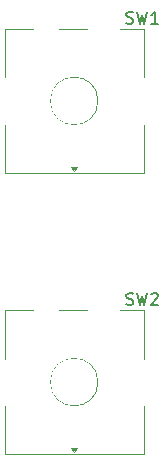
<source format=gto>
G04 #@! TF.GenerationSoftware,KiCad,Pcbnew,8.0.2-1.fc39*
G04 #@! TF.CreationDate,2024-05-29T21:02:28-04:00*
G04 #@! TF.ProjectId,KeychronQ9OrthoIntegrated,4b657963-6872-46f6-9e51-394f7274686f,rev?*
G04 #@! TF.SameCoordinates,Original*
G04 #@! TF.FileFunction,Legend,Top*
G04 #@! TF.FilePolarity,Positive*
%FSLAX46Y46*%
G04 Gerber Fmt 4.6, Leading zero omitted, Abs format (unit mm)*
G04 Created by KiCad (PCBNEW 8.0.2-1.fc39) date 2024-05-29 21:02:28*
%MOMM*%
%LPD*%
G01*
G04 APERTURE LIST*
%ADD10C,0.150000*%
%ADD11C,0.120000*%
%ADD12C,1.750000*%
%ADD13C,3.987800*%
%ADD14C,3.300000*%
%ADD15C,4.000000*%
%ADD16R,1.700000X1.700000*%
%ADD17O,1.700000X1.700000*%
G04 APERTURE END LIST*
D10*
X320329167Y-42619701D02*
X320472024Y-42667320D01*
X320472024Y-42667320D02*
X320710119Y-42667320D01*
X320710119Y-42667320D02*
X320805357Y-42619701D01*
X320805357Y-42619701D02*
X320852976Y-42572081D01*
X320852976Y-42572081D02*
X320900595Y-42476843D01*
X320900595Y-42476843D02*
X320900595Y-42381605D01*
X320900595Y-42381605D02*
X320852976Y-42286367D01*
X320852976Y-42286367D02*
X320805357Y-42238748D01*
X320805357Y-42238748D02*
X320710119Y-42191129D01*
X320710119Y-42191129D02*
X320519643Y-42143510D01*
X320519643Y-42143510D02*
X320424405Y-42095891D01*
X320424405Y-42095891D02*
X320376786Y-42048272D01*
X320376786Y-42048272D02*
X320329167Y-41953034D01*
X320329167Y-41953034D02*
X320329167Y-41857796D01*
X320329167Y-41857796D02*
X320376786Y-41762558D01*
X320376786Y-41762558D02*
X320424405Y-41714939D01*
X320424405Y-41714939D02*
X320519643Y-41667320D01*
X320519643Y-41667320D02*
X320757738Y-41667320D01*
X320757738Y-41667320D02*
X320900595Y-41714939D01*
X321233929Y-41667320D02*
X321472024Y-42667320D01*
X321472024Y-42667320D02*
X321662500Y-41953034D01*
X321662500Y-41953034D02*
X321852976Y-42667320D01*
X321852976Y-42667320D02*
X322091072Y-41667320D01*
X322424405Y-41762558D02*
X322472024Y-41714939D01*
X322472024Y-41714939D02*
X322567262Y-41667320D01*
X322567262Y-41667320D02*
X322805357Y-41667320D01*
X322805357Y-41667320D02*
X322900595Y-41714939D01*
X322900595Y-41714939D02*
X322948214Y-41762558D01*
X322948214Y-41762558D02*
X322995833Y-41857796D01*
X322995833Y-41857796D02*
X322995833Y-41953034D01*
X322995833Y-41953034D02*
X322948214Y-42095891D01*
X322948214Y-42095891D02*
X322376786Y-42667320D01*
X322376786Y-42667320D02*
X322995833Y-42667320D01*
X320329167Y-18807201D02*
X320472024Y-18854820D01*
X320472024Y-18854820D02*
X320710119Y-18854820D01*
X320710119Y-18854820D02*
X320805357Y-18807201D01*
X320805357Y-18807201D02*
X320852976Y-18759581D01*
X320852976Y-18759581D02*
X320900595Y-18664343D01*
X320900595Y-18664343D02*
X320900595Y-18569105D01*
X320900595Y-18569105D02*
X320852976Y-18473867D01*
X320852976Y-18473867D02*
X320805357Y-18426248D01*
X320805357Y-18426248D02*
X320710119Y-18378629D01*
X320710119Y-18378629D02*
X320519643Y-18331010D01*
X320519643Y-18331010D02*
X320424405Y-18283391D01*
X320424405Y-18283391D02*
X320376786Y-18235772D01*
X320376786Y-18235772D02*
X320329167Y-18140534D01*
X320329167Y-18140534D02*
X320329167Y-18045296D01*
X320329167Y-18045296D02*
X320376786Y-17950058D01*
X320376786Y-17950058D02*
X320424405Y-17902439D01*
X320424405Y-17902439D02*
X320519643Y-17854820D01*
X320519643Y-17854820D02*
X320757738Y-17854820D01*
X320757738Y-17854820D02*
X320900595Y-17902439D01*
X321233929Y-17854820D02*
X321472024Y-18854820D01*
X321472024Y-18854820D02*
X321662500Y-18140534D01*
X321662500Y-18140534D02*
X321852976Y-18854820D01*
X321852976Y-18854820D02*
X322091072Y-17854820D01*
X322995833Y-18854820D02*
X322424405Y-18854820D01*
X322710119Y-18854820D02*
X322710119Y-17854820D01*
X322710119Y-17854820D02*
X322614881Y-17997677D01*
X322614881Y-17997677D02*
X322519643Y-18092915D01*
X322519643Y-18092915D02*
X322424405Y-18140534D01*
D11*
G04 #@! TO.C,SW2*
X315912500Y-55110608D02*
X315672499Y-54780608D01*
X316152501Y-54780608D01*
X315912500Y-55110608D01*
G36*
X315912500Y-55110608D02*
G01*
X315672499Y-54780608D01*
X316152501Y-54780608D01*
X315912500Y-55110608D01*
G37*
X317912501Y-49212500D02*
G75*
G02*
X313912499Y-49212500I-2000001J0D01*
G01*
X313912499Y-49212500D02*
G75*
G02*
X317912501Y-49212500I2000001J0D01*
G01*
X321812500Y-51212501D02*
X321812500Y-55312499D01*
X321812500Y-43112501D02*
X321812500Y-47212499D01*
X319412500Y-43112500D02*
X321812500Y-43112501D01*
X314612500Y-43112500D02*
X317212500Y-43112500D01*
X310012500Y-55312499D02*
X321812500Y-55312499D01*
X310012500Y-51212501D02*
X310012500Y-55312499D01*
X310012500Y-47212499D02*
X310012500Y-43112501D01*
X310012500Y-43112501D02*
X312412500Y-43112500D01*
G04 #@! TO.C,SW1*
X315912500Y-31298108D02*
X315672499Y-30968108D01*
X316152501Y-30968108D01*
X315912500Y-31298108D01*
G36*
X315912500Y-31298108D02*
G01*
X315672499Y-30968108D01*
X316152501Y-30968108D01*
X315912500Y-31298108D01*
G37*
X317912501Y-25400000D02*
G75*
G02*
X313912499Y-25400000I-2000001J0D01*
G01*
X313912499Y-25400000D02*
G75*
G02*
X317912501Y-25400000I2000001J0D01*
G01*
X321812500Y-27400001D02*
X321812500Y-31499999D01*
X321812500Y-19300001D02*
X321812500Y-23399999D01*
X319412500Y-19300000D02*
X321812500Y-19300001D01*
X314612500Y-19300000D02*
X317212500Y-19300000D01*
X310012500Y-31499999D02*
X321812500Y-31499999D01*
X310012500Y-27400001D02*
X310012500Y-31499999D01*
X310012500Y-23399999D02*
X310012500Y-19300001D01*
X310012500Y-19300001D02*
X312412500Y-19300000D01*
G04 #@! TD*
%LPC*%
D12*
G04 #@! TO.C,MX54*
X125730000Y-82550000D03*
D13*
X120650000Y-82550000D03*
D12*
X115570000Y-82550000D03*
D14*
X116840000Y-80010000D03*
X123190000Y-77470000D03*
G04 #@! TD*
D12*
G04 #@! TO.C,MX9*
X182880000Y-25400000D03*
D13*
X177800000Y-25400000D03*
D12*
X172720000Y-25400000D03*
D14*
X173990000Y-22860000D03*
X180340000Y-20320000D03*
G04 #@! TD*
D12*
G04 #@! TO.C,MX37*
X106680000Y-63500000D03*
D13*
X101600000Y-63500000D03*
D12*
X96520000Y-63500000D03*
D14*
X97790000Y-60960000D03*
X104140000Y-58420000D03*
G04 #@! TD*
D12*
G04 #@! TO.C,MX20*
X87630000Y-44450000D03*
D13*
X82550000Y-44450000D03*
D12*
X77470000Y-44450000D03*
D14*
X78740000Y-41910000D03*
X85090000Y-39370000D03*
G04 #@! TD*
D12*
G04 #@! TO.C,MX49*
X49530000Y-82550000D03*
D13*
X44450000Y-82550000D03*
D12*
X39370000Y-82550000D03*
D14*
X40640000Y-80010000D03*
X46990000Y-77470000D03*
G04 #@! TD*
D12*
G04 #@! TO.C,MX36*
X87630000Y-63500000D03*
D13*
X82550000Y-63500000D03*
D12*
X77470000Y-63500000D03*
D14*
X78740000Y-60960000D03*
X85090000Y-58420000D03*
G04 #@! TD*
D12*
G04 #@! TO.C,MX16*
X320992500Y-25400000D03*
D13*
X315912500Y-25400000D03*
D12*
X310832500Y-25400000D03*
D14*
X312102500Y-22860000D03*
X318452500Y-20320000D03*
G04 #@! TD*
D12*
G04 #@! TO.C,MX5*
X106680000Y-25400000D03*
D13*
X101600000Y-25400000D03*
D12*
X96520000Y-25400000D03*
D14*
X97790000Y-22860000D03*
X104140000Y-20320000D03*
G04 #@! TD*
D12*
G04 #@! TO.C,MX35*
X68580000Y-63500000D03*
D13*
X63500000Y-63500000D03*
D12*
X58420000Y-63500000D03*
D14*
X59690000Y-60960000D03*
X66040000Y-58420000D03*
G04 #@! TD*
D12*
G04 #@! TO.C,MX59*
X220980000Y-82550000D03*
D13*
X215900000Y-82550000D03*
D12*
X210820000Y-82550000D03*
D14*
X212090000Y-80010000D03*
X218440000Y-77470000D03*
G04 #@! TD*
D12*
G04 #@! TO.C,MX30*
X278130000Y-44450000D03*
D13*
X273050000Y-44450000D03*
D12*
X267970000Y-44450000D03*
D14*
X269240000Y-41910000D03*
X275590000Y-39370000D03*
G04 #@! TD*
D12*
G04 #@! TO.C,MX44*
X240030000Y-63500000D03*
D13*
X234950000Y-63500000D03*
D12*
X229870000Y-63500000D03*
D14*
X231140000Y-60960000D03*
X237490000Y-58420000D03*
G04 #@! TD*
D12*
G04 #@! TO.C,MX50*
X68580000Y-82550000D03*
D13*
X63500000Y-82550000D03*
D12*
X58420000Y-82550000D03*
D14*
X59690000Y-80010000D03*
X66040000Y-77470000D03*
G04 #@! TD*
D12*
G04 #@! TO.C,MX56*
X163830000Y-82550000D03*
D13*
X158750000Y-82550000D03*
D12*
X153670000Y-82550000D03*
D14*
X154940000Y-80010000D03*
X161290000Y-77470000D03*
G04 #@! TD*
D12*
G04 #@! TO.C,MX47*
X297180000Y-63500000D03*
D13*
X292100000Y-63500000D03*
D12*
X287020000Y-63500000D03*
D14*
X288290000Y-60960000D03*
X294640000Y-58420000D03*
G04 #@! TD*
D12*
G04 #@! TO.C,MX42*
X201930000Y-63500000D03*
D13*
X196850000Y-63500000D03*
D12*
X191770000Y-63500000D03*
D14*
X193040000Y-60960000D03*
X199390000Y-58420000D03*
G04 #@! TD*
D12*
G04 #@! TO.C,MX1*
X30480000Y-25400000D03*
D13*
X25400000Y-25400000D03*
D12*
X20320000Y-25400000D03*
D14*
X21590000Y-22860000D03*
X27940000Y-20320000D03*
G04 #@! TD*
D12*
G04 #@! TO.C,MX65*
X316230000Y-82550000D03*
D13*
X311150000Y-82550000D03*
D12*
X306070000Y-82550000D03*
D14*
X307340000Y-80010000D03*
X313690000Y-77470000D03*
G04 #@! TD*
D12*
G04 #@! TO.C,MX40*
X163830000Y-63500000D03*
D13*
X158750000Y-63500000D03*
D12*
X153670000Y-63500000D03*
D14*
X154940000Y-60960000D03*
X161290000Y-58420000D03*
G04 #@! TD*
D12*
G04 #@! TO.C,MX28*
X240030000Y-44450000D03*
D13*
X234950000Y-44450000D03*
D12*
X229870000Y-44450000D03*
D14*
X231140000Y-41910000D03*
X237490000Y-39370000D03*
G04 #@! TD*
D12*
G04 #@! TO.C,MX63*
X278130000Y-82550000D03*
D13*
X273050000Y-82550000D03*
D12*
X267970000Y-82550000D03*
D14*
X269240000Y-80010000D03*
X275590000Y-77470000D03*
G04 #@! TD*
D12*
G04 #@! TO.C,MX19*
X68580000Y-44450000D03*
D13*
X63500000Y-44450000D03*
D12*
X58420000Y-44450000D03*
D14*
X59690000Y-41910000D03*
X66040000Y-39370000D03*
G04 #@! TD*
D12*
G04 #@! TO.C,MX51*
X87630000Y-82550000D03*
D13*
X82550000Y-82550000D03*
D12*
X77470000Y-82550000D03*
D14*
X78740000Y-80010000D03*
X85090000Y-77470000D03*
G04 #@! TD*
D13*
G04 #@! TO.C,S2*
X213518750Y-74295000D03*
D15*
X213518750Y-89535000D03*
D13*
X237331250Y-74295000D03*
D15*
X237331250Y-89535000D03*
G04 #@! TD*
D12*
G04 #@! TO.C,MX31*
X297180000Y-44450000D03*
D13*
X292100000Y-44450000D03*
D12*
X287020000Y-44450000D03*
D14*
X288290000Y-41910000D03*
X294640000Y-39370000D03*
G04 #@! TD*
D12*
G04 #@! TO.C,MX10*
X201930000Y-25400000D03*
D13*
X196850000Y-25400000D03*
D12*
X191770000Y-25400000D03*
D14*
X193040000Y-22860000D03*
X199390000Y-20320000D03*
G04 #@! TD*
D12*
G04 #@! TO.C,MX12*
X240030000Y-25400000D03*
D13*
X234950000Y-25400000D03*
D12*
X229870000Y-25400000D03*
D14*
X231140000Y-22860000D03*
X237490000Y-20320000D03*
G04 #@! TD*
D12*
G04 #@! TO.C,MX23*
X144780000Y-44450000D03*
D13*
X139700000Y-44450000D03*
D12*
X134620000Y-44450000D03*
D14*
X135890000Y-41910000D03*
X142240000Y-39370000D03*
G04 #@! TD*
D12*
G04 #@! TO.C,MX17*
X30480000Y-44450000D03*
D13*
X25400000Y-44450000D03*
D12*
X20320000Y-44450000D03*
D14*
X21590000Y-41910000D03*
X27940000Y-39370000D03*
G04 #@! TD*
D12*
G04 #@! TO.C,MX24*
X163830000Y-44450000D03*
D13*
X158750000Y-44450000D03*
D12*
X153670000Y-44450000D03*
D14*
X154940000Y-41910000D03*
X161290000Y-39370000D03*
G04 #@! TD*
D12*
G04 #@! TO.C,MX27*
X220980000Y-44450000D03*
D13*
X215900000Y-44450000D03*
D12*
X210820000Y-44450000D03*
D14*
X212090000Y-41910000D03*
X218440000Y-39370000D03*
G04 #@! TD*
D12*
G04 #@! TO.C,MX26*
X201930000Y-44450000D03*
D13*
X196850000Y-44450000D03*
D12*
X191770000Y-44450000D03*
D14*
X193040000Y-41910000D03*
X199390000Y-39370000D03*
G04 #@! TD*
D12*
G04 #@! TO.C,MX13*
X259080000Y-25400000D03*
D13*
X254000000Y-25400000D03*
D12*
X248920000Y-25400000D03*
D14*
X250190000Y-22860000D03*
X256540000Y-20320000D03*
G04 #@! TD*
D12*
G04 #@! TO.C,MX53*
X106045000Y-82550000D03*
D13*
X111125000Y-82550000D03*
D12*
X116205000Y-82550000D03*
D14*
X114935000Y-85090000D03*
X108585000Y-87630000D03*
G04 #@! TD*
D12*
G04 #@! TO.C,MX62*
X259080000Y-82550000D03*
D13*
X254000000Y-82550000D03*
D12*
X248920000Y-82550000D03*
D14*
X250190000Y-80010000D03*
X256540000Y-77470000D03*
G04 #@! TD*
D12*
G04 #@! TO.C,MX4*
X87630000Y-25400000D03*
D13*
X82550000Y-25400000D03*
D12*
X77470000Y-25400000D03*
D14*
X78740000Y-22860000D03*
X85090000Y-20320000D03*
G04 #@! TD*
D12*
G04 #@! TO.C,MX43*
X220980000Y-63500000D03*
D13*
X215900000Y-63500000D03*
D12*
X210820000Y-63500000D03*
D14*
X212090000Y-60960000D03*
X218440000Y-58420000D03*
G04 #@! TD*
D12*
G04 #@! TO.C,MX52*
X106680000Y-82550000D03*
D13*
X101600000Y-82550000D03*
D12*
X96520000Y-82550000D03*
D14*
X97790000Y-80010000D03*
X104140000Y-77470000D03*
G04 #@! TD*
D12*
G04 #@! TO.C,MX41*
X182880000Y-63500000D03*
D13*
X177800000Y-63500000D03*
D12*
X172720000Y-63500000D03*
D14*
X173990000Y-60960000D03*
X180340000Y-58420000D03*
G04 #@! TD*
D12*
G04 #@! TO.C,MX15*
X297180000Y-25400000D03*
D13*
X292100000Y-25400000D03*
D12*
X287020000Y-25400000D03*
D14*
X288290000Y-22860000D03*
X294640000Y-20320000D03*
G04 #@! TD*
D12*
G04 #@! TO.C,MX57*
X182880000Y-82550000D03*
D13*
X177800000Y-82550000D03*
D12*
X172720000Y-82550000D03*
D14*
X173990000Y-80010000D03*
X180340000Y-77470000D03*
G04 #@! TD*
D12*
G04 #@! TO.C,MX38*
X125730000Y-63500000D03*
D13*
X120650000Y-63500000D03*
D12*
X115570000Y-63500000D03*
D14*
X116840000Y-60960000D03*
X123190000Y-58420000D03*
G04 #@! TD*
D12*
G04 #@! TO.C,MX14*
X278130000Y-25400000D03*
D13*
X273050000Y-25400000D03*
D12*
X267970000Y-25400000D03*
D14*
X269240000Y-22860000D03*
X275590000Y-20320000D03*
G04 #@! TD*
D12*
G04 #@! TO.C,MX11*
X220980000Y-25400000D03*
D13*
X215900000Y-25400000D03*
D12*
X210820000Y-25400000D03*
D14*
X212090000Y-22860000D03*
X218440000Y-20320000D03*
G04 #@! TD*
D12*
G04 #@! TO.C,MX48*
X30480000Y-82550000D03*
D13*
X25400000Y-82550000D03*
D12*
X20320000Y-82550000D03*
D14*
X21590000Y-80010000D03*
X27940000Y-77470000D03*
G04 #@! TD*
D12*
G04 #@! TO.C,MX21*
X106680000Y-44450000D03*
D13*
X101600000Y-44450000D03*
D12*
X96520000Y-44450000D03*
D14*
X97790000Y-41910000D03*
X104140000Y-39370000D03*
G04 #@! TD*
D12*
G04 #@! TO.C,MX25*
X182880000Y-44450000D03*
D13*
X177800000Y-44450000D03*
D12*
X172720000Y-44450000D03*
D14*
X173990000Y-41910000D03*
X180340000Y-39370000D03*
G04 #@! TD*
D12*
G04 #@! TO.C,MX32*
X320992500Y-49212500D03*
D13*
X315912500Y-49212500D03*
D12*
X310832500Y-49212500D03*
D14*
X312102500Y-46672500D03*
X318452500Y-44132500D03*
G04 #@! TD*
D12*
G04 #@! TO.C,MX22*
X125730000Y-44450000D03*
D13*
X120650000Y-44450000D03*
D12*
X115570000Y-44450000D03*
D14*
X116840000Y-41910000D03*
X123190000Y-39370000D03*
G04 #@! TD*
D12*
G04 #@! TO.C,MX46*
X278130000Y-63500000D03*
D13*
X273050000Y-63500000D03*
D12*
X267970000Y-63500000D03*
D14*
X269240000Y-60960000D03*
X275590000Y-58420000D03*
G04 #@! TD*
D12*
G04 #@! TO.C,MX39*
X144780000Y-63500000D03*
D13*
X139700000Y-63500000D03*
D12*
X134620000Y-63500000D03*
D14*
X135890000Y-60960000D03*
X142240000Y-58420000D03*
G04 #@! TD*
D12*
G04 #@! TO.C,MX29*
X259080000Y-44450000D03*
D13*
X254000000Y-44450000D03*
D12*
X248920000Y-44450000D03*
D14*
X250190000Y-41910000D03*
X256540000Y-39370000D03*
G04 #@! TD*
D12*
G04 #@! TO.C,MX61*
X240030000Y-82550000D03*
D13*
X234950000Y-82550000D03*
D12*
X229870000Y-82550000D03*
D14*
X231140000Y-80010000D03*
X237490000Y-77470000D03*
G04 #@! TD*
D12*
G04 #@! TO.C,MX33*
X30480000Y-63500000D03*
D13*
X25400000Y-63500000D03*
D12*
X20320000Y-63500000D03*
D14*
X21590000Y-60960000D03*
X27940000Y-58420000D03*
G04 #@! TD*
D12*
G04 #@! TO.C,MX34*
X49530000Y-63500000D03*
D13*
X44450000Y-63500000D03*
D12*
X39370000Y-63500000D03*
D14*
X40640000Y-60960000D03*
X46990000Y-58420000D03*
G04 #@! TD*
D13*
G04 #@! TO.C,S1*
X99218750Y-74295000D03*
D15*
X99218750Y-89535000D03*
D13*
X123031250Y-74295000D03*
D15*
X123031250Y-89535000D03*
G04 #@! TD*
D16*
G04 #@! TO.C,J3*
X296584432Y-89892112D03*
D17*
X299124432Y-89892112D03*
X301664431Y-89892112D03*
X304204432Y-89892112D03*
X306744432Y-89892112D03*
G04 #@! TD*
D12*
G04 #@! TO.C,MX45*
X259080000Y-63500000D03*
D13*
X254000000Y-63500000D03*
D12*
X248920000Y-63500000D03*
D14*
X250190000Y-60960000D03*
X256540000Y-58420000D03*
G04 #@! TD*
D12*
G04 #@! TO.C,MX64*
X297180000Y-82550000D03*
D13*
X292100000Y-82550000D03*
D12*
X287020000Y-82550000D03*
D14*
X288290000Y-80010000D03*
X294640000Y-77470000D03*
G04 #@! TD*
D12*
G04 #@! TO.C,MX18*
X49530000Y-44450000D03*
D13*
X44450000Y-44450000D03*
D12*
X39370000Y-44450000D03*
D14*
X40640000Y-41910000D03*
X46990000Y-39370000D03*
G04 #@! TD*
D12*
G04 #@! TO.C,MX55*
X144780000Y-82550000D03*
D13*
X139700000Y-82550000D03*
D12*
X134620000Y-82550000D03*
D14*
X135890000Y-80010000D03*
X142240000Y-77470000D03*
G04 #@! TD*
D12*
G04 #@! TO.C,MX60*
X220345000Y-82550000D03*
D13*
X225425000Y-82550000D03*
D12*
X230505000Y-82550000D03*
D14*
X229235000Y-85090000D03*
X222885000Y-87630000D03*
G04 #@! TD*
D12*
G04 #@! TO.C,MX2*
X49530000Y-25400000D03*
D13*
X44450000Y-25400000D03*
D12*
X39370000Y-25400000D03*
D14*
X40640000Y-22860000D03*
X46990000Y-20320000D03*
G04 #@! TD*
D12*
G04 #@! TO.C,MX58*
X201930000Y-82550000D03*
D13*
X196850000Y-82550000D03*
D12*
X191770000Y-82550000D03*
D14*
X193040000Y-80010000D03*
X199390000Y-77470000D03*
G04 #@! TD*
D12*
G04 #@! TO.C,MX6*
X125730000Y-25400000D03*
D13*
X120650000Y-25400000D03*
D12*
X115570000Y-25400000D03*
D14*
X116840000Y-22860000D03*
X123190000Y-20320000D03*
G04 #@! TD*
D12*
G04 #@! TO.C,MX8*
X163830000Y-25400000D03*
D13*
X158750000Y-25400000D03*
D12*
X153670000Y-25400000D03*
D14*
X154940000Y-22860000D03*
X161290000Y-20320000D03*
G04 #@! TD*
D12*
G04 #@! TO.C,MX7*
X144780000Y-25400000D03*
D13*
X139700000Y-25400000D03*
D12*
X134620000Y-25400000D03*
D14*
X135890000Y-22860000D03*
X142240000Y-20320000D03*
G04 #@! TD*
D12*
G04 #@! TO.C,MX3*
X68580000Y-25400000D03*
D13*
X63500000Y-25400000D03*
D12*
X58420000Y-25400000D03*
D14*
X59690000Y-22860000D03*
X66040000Y-20320000D03*
G04 #@! TD*
%LPD*%
M02*

</source>
